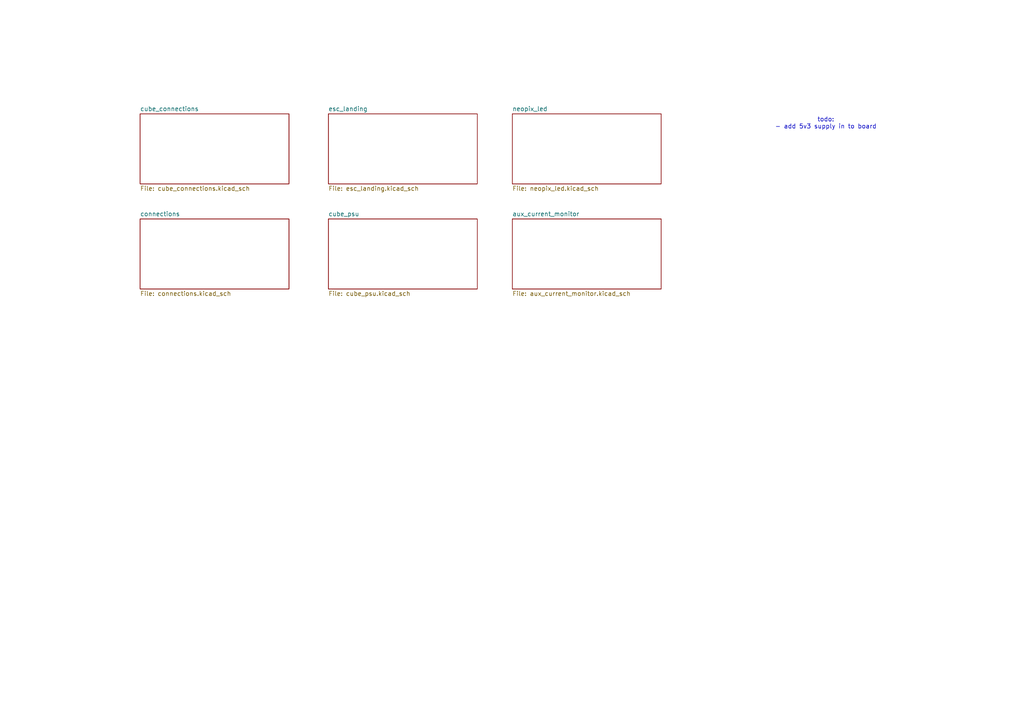
<source format=kicad_sch>
(kicad_sch
	(version 20231120)
	(generator "eeschema")
	(generator_version "8.0")
	(uuid "e67c2b50-1924-4088-848f-a0eec9089561")
	(paper "A4")
	(lib_symbols)
	(text "todo:\n- add 5v3 supply in to board"
		(exclude_from_sim no)
		(at 239.522 35.814 0)
		(effects
			(font
				(size 1.27 1.27)
			)
		)
		(uuid "b5649db7-7665-4b98-a408-e97af9647480")
	)
	(sheet
		(at 148.59 63.5)
		(size 43.18 20.32)
		(fields_autoplaced yes)
		(stroke
			(width 0.1524)
			(type solid)
		)
		(fill
			(color 0 0 0 0.0000)
		)
		(uuid "28c7b25f-5ec4-4da2-b0e5-eb1fea787841")
		(property "Sheetname" "aux_current_monitor"
			(at 148.59 62.7884 0)
			(effects
				(font
					(size 1.27 1.27)
				)
				(justify left bottom)
			)
		)
		(property "Sheetfile" "aux_current_monitor.kicad_sch"
			(at 148.59 84.4046 0)
			(effects
				(font
					(size 1.27 1.27)
				)
				(justify left top)
			)
		)
		(instances
			(project "SAM4"
				(path "/e67c2b50-1924-4088-848f-a0eec9089561"
					(page "7")
				)
			)
		)
	)
	(sheet
		(at 95.25 33.02)
		(size 43.18 20.32)
		(fields_autoplaced yes)
		(stroke
			(width 0.1524)
			(type solid)
		)
		(fill
			(color 0 0 0 0.0000)
		)
		(uuid "3b3f6e2b-f400-48b7-81be-5711da1f4d56")
		(property "Sheetname" "esc_landing"
			(at 95.25 32.3084 0)
			(effects
				(font
					(size 1.27 1.27)
				)
				(justify left bottom)
			)
		)
		(property "Sheetfile" "esc_landing.kicad_sch"
			(at 95.25 53.9246 0)
			(effects
				(font
					(size 1.27 1.27)
				)
				(justify left top)
			)
		)
		(instances
			(project "SAM4"
				(path "/e67c2b50-1924-4088-848f-a0eec9089561"
					(page "3")
				)
			)
		)
	)
	(sheet
		(at 40.64 33.02)
		(size 43.18 20.32)
		(fields_autoplaced yes)
		(stroke
			(width 0.1524)
			(type solid)
		)
		(fill
			(color 0 0 0 0.0000)
		)
		(uuid "48bdb119-baaf-49a9-8ba2-c896c1431633")
		(property "Sheetname" "cube_connections"
			(at 40.64 32.3084 0)
			(effects
				(font
					(size 1.27 1.27)
				)
				(justify left bottom)
			)
		)
		(property "Sheetfile" "cube_connections.kicad_sch"
			(at 40.64 53.9246 0)
			(effects
				(font
					(size 1.27 1.27)
				)
				(justify left top)
			)
		)
		(instances
			(project "SAM4"
				(path "/e67c2b50-1924-4088-848f-a0eec9089561"
					(page "2")
				)
			)
		)
	)
	(sheet
		(at 40.64 63.5)
		(size 43.18 20.32)
		(fields_autoplaced yes)
		(stroke
			(width 0.1524)
			(type solid)
		)
		(fill
			(color 0 0 0 0.0000)
		)
		(uuid "4ff46005-2f68-448b-b705-02aa6925549a")
		(property "Sheetname" "connections"
			(at 40.64 62.7884 0)
			(effects
				(font
					(size 1.27 1.27)
				)
				(justify left bottom)
			)
		)
		(property "Sheetfile" "connections.kicad_sch"
			(at 40.64 84.4046 0)
			(effects
				(font
					(size 1.27 1.27)
				)
				(justify left top)
			)
		)
		(instances
			(project "SAM4"
				(path "/e67c2b50-1924-4088-848f-a0eec9089561"
					(page "5")
				)
			)
		)
	)
	(sheet
		(at 148.59 33.02)
		(size 43.18 20.32)
		(fields_autoplaced yes)
		(stroke
			(width 0.1524)
			(type solid)
		)
		(fill
			(color 0 0 0 0.0000)
		)
		(uuid "b6d2f513-9604-45af-afb5-8b5c74bb149d")
		(property "Sheetname" "neopix_led"
			(at 148.59 32.3084 0)
			(effects
				(font
					(size 1.27 1.27)
				)
				(justify left bottom)
			)
		)
		(property "Sheetfile" "neopix_led.kicad_sch"
			(at 148.59 53.9246 0)
			(effects
				(font
					(size 1.27 1.27)
				)
				(justify left top)
			)
		)
		(instances
			(project "SAM4"
				(path "/e67c2b50-1924-4088-848f-a0eec9089561"
					(page "4")
				)
			)
		)
	)
	(sheet
		(at 95.25 63.5)
		(size 43.18 20.32)
		(fields_autoplaced yes)
		(stroke
			(width 0.1524)
			(type solid)
		)
		(fill
			(color 0 0 0 0.0000)
		)
		(uuid "d6263b61-9980-4347-8762-83cf30be56d7")
		(property "Sheetname" "cube_psu"
			(at 95.25 62.7884 0)
			(effects
				(font
					(size 1.27 1.27)
				)
				(justify left bottom)
			)
		)
		(property "Sheetfile" "cube_psu.kicad_sch"
			(at 95.25 84.4046 0)
			(effects
				(font
					(size 1.27 1.27)
				)
				(justify left top)
			)
		)
		(instances
			(project "SAM4"
				(path "/e67c2b50-1924-4088-848f-a0eec9089561"
					(page "6")
				)
			)
		)
	)
	(sheet_instances
		(path "/"
			(page "1")
		)
	)
)
</source>
